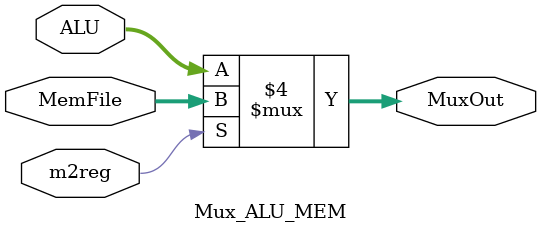
<source format=v>
`timescale 1ns / 1ps

//module wrapper(clk_x, WB_mux);

//    input wire clk_x;
//    wire [8:0] PC_in_x;
//    wire [8:0] PC_out_x;
//    wire [31:0] IM_out_x;
//    wire [31:0] IF_ID_out_x;
//    wire wreg_x;
//    wire mem2reg_x;
//    wire wmem_x;
//    wire [3:0] aluc_x;
//    wire aluimm_x;
//    wire regrt_x;
//    wire [4:0] rd_or_rt_x;
//    wire [31:0] rs_x;
//    wire [31:0] rt_x;
//    wire [31:0] extender_x;
//    wire wreg_EX;
//    wire mem2reg_EX;
//    wire wmem_EX;
//    wire [3:0] aluc_EX;
//    wire aluimm_EX;
//    wire [4:0] rd_or_rt_EX;
//    wire [31:0] rs_EX;
//    wire [31:0] rt_EX;
//    wire [31:0] extender_EX;
//    wire [31:0] Sign_or_RT_out;
//    wire [31:0] ALU_out;
//    wire wreg_ExMem;
//    wire m2reg_ExMem;
//    wire wmem_ExMem;
//    wire [4:0] rd_rt_ExMem;
//    wire [31:0] ALU_ExMem;
//    wire [31:0] rt_ExMem;
//    wire [31:0] MemFile_out;
//    wire wreg_MemW;
//    wire m2reg_MemW;
//    wire [4:0] rd_rt_MemW;
//    wire [31:0] ALU_MemW;
//    wire [31:0] MemFile_MemW;
//    output wire [31:0] WB_mux;
//    wire [1:0] fwdb;
//    wire [1:0] fwda;
//    wire [31:0] forwardA_out;
//    wire [31:0] forwardB_out;
    
//    PC PC_x(PC_in_x, PC_out_x, clk_x);
//    Adder Adder_x(PC_out_x, PC_in_x);
//    Instruction_Memory Instruction_Memory_x(PC_out_x, IM_out_x);
//    IF_ID IF_ID_x(IM_out_x, IF_ID_out_x, clk_x);
//    ControlUnit ControlUnit_x(IF_ID_out_x, wreg_x, mem2reg_x, wmem_x, aluc_x, aluimm_x, regrt_x, rd_rt_ExMem, m2reg_ExMem, wreg_ExMem, rd_or_rt_EX, mem2reg_EX, wreg_EX, fwdb, fwda);
//    rd_rt_mux rd_rt_mux_x(regrt_x,IF_ID_out_x,rd_or_rt_x);
//    //RegFile RegFile_x(IF_ID_out_x, rs_x, rt_x);
//    RegFile RegFile_x(clk_x,IF_ID_out_x, wreg_MemW, rd_rt_MemW, WB_mux, rs_x, rt_x);
//    forwardA forwardA_x(fwda, rs_x, ALU_out, ALU_ExMem, MemFile_out, forwardA_out);
//    forwardB forwardB_x(fwdb, rt_x, ALU_out, ALU_ExMem, MemFile_out, forwardB_out);
    
//    Extender Extender_x(IF_ID_out_x, extender_x);
//    ID_EXE ID_EXE_x(clk_x, wreg_x, mem2reg_x, wmem_x, aluc_x, aluimm_x, rd_or_rt_x, forwardA_out, forwardB_out, extender_x, wreg_EX, mem2reg_EX, wmem_EX, aluc_EX, aluimm_EX, rd_or_rt_EX, rs_EX, rt_EX, extender_EX);
    
//    Sign_or_RT Sign_or_RT_x(aluimm_EX, extender_EX, rt_EX, Sign_or_RT_out);
//    ALU ALU_x(aluc_EX, rs_EX, Sign_or_RT_out, ALU_out);
//    EXE_MEM EXE_MEM_x(clk_x, wreg_EX, mem2reg_EX, wmem_EX, rd_or_rt_EX, ALU_out, rt_EX, wreg_ExMem, m2reg_ExMem, wmem_ExMem, rd_rt_ExMem, ALU_ExMem, rt_ExMem);

//    MEMORY_FILE MEMORY_FILE_x(wmem_ExMem, ALU_ExMem, rt_ExMem, MemFile_out);
    
//    MEM_WB MEM_WB_x(clk_x, wreg_ExMem, m2reg_ExMem, rd_rt_ExMem, ALU_ExMem, MemFile_out, wreg_MemW, m2reg_MemW, rd_rt_MemW, ALU_MemW, MemFile_MemW);
//    Mux_ALU_MEM Mux_ALU_MEM_x(ALU_MemW, MemFile_MemW, m2reg_MemW, WB_mux); 

//endmodule

//------------------------------------------------------------------------------------------------------------------------------------------------

module PC(PC_in,PC_out,clk); 
    input clk;
    input [8:0] PC_in;   // input of the PC
    output reg [8:0] PC_out; // output of PC
//    initial begin
//        PC_out = 100;
//    end
    always @(posedge clk) begin
        PC_out <= PC_in;    // result of the adder operation sets new PC address     
    end
endmodule

//---------------------------------------------------------------------------------------------------------------------------------------------------

module Adder(adder_in,adder_out);      // just adder that takes in the current PC address and adds four to it. this is then sent the to PC register. triggers whenever
    input [8:0] adder_in;         // input of the adder, the pc address
    output reg [8:0] adder_out;      // output of adder is the adder result
     initial begin
        adder_out = 100;
    end
    always @(adder_in) begin
        adder_out <= adder_out + 4;  // adder reulst is just the output of the PC register + 4  
    end
endmodule
  
//--------------------------------------------------------------------------------------------------------------------------------------------------    
      
module Instruction_Memory(IM_in,IM_out); // input is PC, and that PC points to a address in our instruction memory, the output is whatever stored at that address. trigers whenever PC is incremented
    reg [31:0] IM [0:511];    // instruction memory
    input [8:0] IM_in;  // input to IM, it's the PC output
    output reg [31:0] IM_out; // output of the IM
    initial begin
       IM[100] <= 32'h00221820; 
       IM[104] <= 32'h01232022;
       IM[108] <= 32'h00692825;
       IM[112] <= 32'h00693026;
       IM[116] <= 32'h00693824;
       IM[120] <= 32'h8C040004;
       IM[124] <= 32'hAC030004;
    end
    always @(IM_in) begin
        IM_out <= IM[IM_in]; //whenever PC output changes we fetch new instruction at PC address in the IM and set it to the IM out.   
    end    
endmodule

//----------------------------------------------------------------------------------------------------------------------------------------------------

module IF_ID(IF_ID_in,IF_ID_out,clk); //input is output of instruction memory, outputs the input. triggers at posedge clock
    input clk;
    input [31:0] IF_ID_in;    // input is the output of the data memory,IM_out
    output reg [31:0] IF_ID_out; // output
    
    always @(posedge clk) begin
          IF_ID_out <= IF_ID_in;
    end    
endmodule

//----------------------------------------------------------------------------------------------------------------------------------------------------

module ControlUnit(CU_in,wreg,mem2reg,wmem,aluc,aluimm,regrt, mrn, mm2reg, mwreg, ern, em2reg, ewreg, fwdb, fwda);
    input [31:0] CU_in; //32 bit instruction, IF_ID_out
    input [4:0] mrn;
    input mm2reg;
    input mwreg;
    input [4:0] ern;
    input em2reg;
    input ewreg;
    output reg [1:0] fwdb;
    output reg [1:0] fwda;
    
    output reg wreg;
    output reg mem2reg;
    output reg wmem;
    output reg [3:0] aluc;
    output reg aluimm;
    output reg regrt;
    always @(*) begin
        if (CU_in[31:26] == 6'b100011) begin //lw op
            wreg <= 1;
            mem2reg <= 1;
            wmem <= 0;
            aluc <= 2;
            aluimm <= 1;
            regrt <= 1;
        end  
        else if (CU_in[31:26] == 6'b101011) begin //sw op
            wreg <= 0;
            mem2reg <= 1; // dont care
            wmem <= 1;
            aluc <= 2;
            aluimm <= 1;
            regrt <= 1; //dont care
        end  
        else if (CU_in[31:26] == 6'b000000) begin //R-Format ---> look at function bits
            case(CU_in[5:0])
                6'b100000 : begin   // add
                             wreg <= 1;
                             mem2reg <= 0;
                             wmem <= 0;
                             aluc <= 2;
                             aluimm <= 0;
                             regrt <= 0;
                             end
                6'b100010 : begin   // subtract
                             wreg <= 1;
                             mem2reg <= 0;
                             wmem <= 0;
                             aluc <= 6;
                             aluimm <= 0;
                             regrt <= 0;
                             end 
                 6'b100101 : begin   // or
                             wreg <= 1;
                             mem2reg <= 0;
                             wmem <= 0;
                             aluc <= 1;
                             aluimm <= 0;
                             regrt <= 0;
                             end
                 6'b100110 : begin   // xor
                             wreg <= 1;
                             mem2reg <= 0;
                             wmem <= 0;
                             aluc <= 7;
                             aluimm <= 0;
                             regrt <= 0;
                             end  
                 6'b100100 : begin   // and
                             wreg <= 1;
                             mem2reg <= 0;
                             wmem <= 0;
                             aluc <= 0;
                             aluimm <= 0;
                             regrt <= 0;
                             end                          
                 default :   begin   // default all zero
                              wreg <= 0;
                              mem2reg <= 0;
                              wmem <= 0;
                              aluc <= 0;
                              aluimm <= 0;
                              regrt <= 0;
                              end  
            endcase   
        end  
        if(ern == CU_in [25:21] & ewreg == 1) begin // 01 - forward a
            fwda = 1;
        end
        else if (mrn == CU_in [25:21] & mwreg == 1 & mm2reg == 0) begin // 10 - forward a
            fwda = 2;
        end
        else if (mrn == CU_in [25:21] & mwreg == 1 & mm2reg == 1) begin // 11 - forward a
            fwda = 3;
        end
        else begin
            fwda = 0;
        end
        
        if(ern == CU_in [20:16] & ewreg == 1) begin // 01 - forward b
            fwdb = 1;
        end
        else if (mrn == CU_in [20:16] & mwreg == 1 & mm2reg == 0) begin // 10 - forward b
            fwdb = 2;
        end
        else if (mrn == CU_in [20:16] & mwreg == 1 & mm2reg == 1) begin // 11 - forward b
            fwdb = 3;
        end
        else begin
            fwdb = 0;
        end
    end
endmodule

//--------------------------------------------------------------------------------------------------------------------------------------------------------------

module rd_rt_mux(regrt,rd_or_rt_in,rd_or_rt);
    input regrt;                             // decides whether rd or rt is chosen
    input [31:0] rd_or_rt_in;                  // input, IF_ID_out
    output reg [4:0] rd_or_rt;
    always @(*) begin
        if(regrt) begin
            rd_or_rt <= rd_or_rt_in[20:16]; //rt
        end
        else begin
            rd_or_rt <= rd_or_rt_in[15:11]; //rd
        end
    end
endmodule

//---------------------------------------------------------------------------------------------------------------------------------------------------------------

module RegFile(clk, RegFile_in, wreg, write, data, rs, rt);
    integer i;
    reg [31:0] RegFile [0:31];         // holds 32 registers that are 32 bits,
    input clk;
    input [31:0] RegFile_in;      // input, contains rs and rt, IF_ID_out
    input wreg;
    input [4:0] write;
    input [31:0] data;
    output reg [31:0] rs;
    output reg [31:0] rt;
    initial begin
        RegFile[0] <= 32'h00000000;
        RegFile[1] <= 32'hA00000AA;
        RegFile[2] <= 32'h10000011;
        RegFile[3] <= 32'h20000022;
        RegFile[4] <= 32'h30000033;
        RegFile[5] <= 32'h40000044;
        RegFile[6] <= 32'h50000055;
        RegFile[7] <= 32'h60000066;
        RegFile[8] <= 32'h70000077;
        RegFile[9] <= 32'h80000088;
        RegFile[10] <= 32'h90000099;
        for (i=11; i<32; i = i + 1) begin // sets all registers to zero at the begining of the loop
            RegFile[i] <= 0;
        end
    end
    always @(*) begin
        if (wreg) begin
            RegFile[write] <= data;
        end
    end
    always @(negedge clk) begin
            rs <= RegFile [RegFile_in [25:21]]; //### RegFile content contained at the address determined by the IF/ID output. bit 16-20 always contains rt regardless of format and bit 21-25 always contains rs
            rt <= RegFile [RegFile_in [20:16]]; // same theory as above
    end
endmodule

//module RegFile(RegFile_in,rs,rt);
//    integer i;
//    reg [31:0] RegFile [0:31];         // holds 32 registers that are 32 bits,
//    input [31:0] RegFile_in;      // input, contains rs and rt, IF_ID_out
//    output reg [31:0] rs;
//    output reg [31:0] rt;
//    initial begin
//        for (i=0; i<32; i = i + 1) begin // sets all registers to zero at the begining of the loop
//            RegFile[i] <= 0;
//        end
//    end
//    always @(RegFile_in) begin
//            rs = RegFile [RegFile_in [25:21]]; //### RegFile content contained at the address determined by the IF/ID output. bit 16-20 always contains rt regardless of format and bit 21-25 always contains rs
//            rt = RegFile [RegFile_in [20:16]]; // same theory as above
//    end
//endmodule

//-----------------------------------------------------------------------------------------------------------------------------------------------------------

module forwardA(fwda, rs, ealu, malu, mfile, forwardA);
    input [1:0] fwda;
    input [31:0] rs;
    input [31:0] ealu;
    input [31:0] malu;
    input [31:0] mfile;
    output reg [31:0] forwardA;
    always @(*) begin
        case(fwda)
                0 : begin 
                     forwardA = rs;
                     end
                1 : begin 
                     forwardA = ealu;
                     end
                2 : begin 
                     forwardA = malu;
                     end
                3 : begin 
                     forwardA = mfile;
                     end
                default : begin
                            forwardA = rs;
                            end
        endcase
    end
endmodule

//--------------------------------------------------------------------------------------------------------------------------------------------------------------

module forwardB(fwdb, rt, ealu, malu, mfile, forwardB);
    input [1:0] fwdb;
    input [31:0] rt;
    input [31:0] ealu;
    input [31:0] malu;
    input [31:0] mfile;
    output reg [31:0] forwardB;
    always @(*) begin
        case(fwdb)
                0 : begin 
                     forwardB = rt;
                     end
                1 : begin 
                     forwardB = ealu;
                     end
                2 : begin 
                     forwardB = malu;
                     end
                3 : begin 
                     forwardB = mfile;
                     end
                default : begin
                            forwardB = rt;
                            end
        endcase
    end
endmodule

//--------------------------------------------------------------------------------------------------------------------------------------------------------------

module Extender(extender_in, extender);
    input [31:0] extender_in;                  // input of extender
    output reg [31:0] extender;
    always @(extender_in) begin
          extender <= {16'h0000,extender_in[15:0]}; 
    end    
endmodule

//------------------------------------------------------------------------------------------------------------------------------------------------------------------

module ID_EXE(clk, wreg_in, mem2reg_in, wmem_in, aluc_in, aluimm_in, rd_rt_in, read_rs_in , read_rt_in, extender_in2, wreg, mem2reg, wmem, aluc, aluimm, rd_rt, read_rs, read_rt, extender2);

    input clk;
    input wreg_in;
    input mem2reg_in;
    input wmem_in;
    input [3:0] aluc_in;
    input aluimm_in;
    input [4:0] rd_rt_in;
    input [31:0] read_rs_in;
    input [31:0] read_rt_in;
    input [31:0] extender_in2;
    
    output reg wreg;
    output reg mem2reg;
    output reg wmem;
    output reg [3:0] aluc;
    output reg aluimm;
    output reg [4:0] rd_rt;
    output reg [31:0] read_rs;
    output reg [31:0] read_rt;
    output reg [31:0] extender2; 
    
    always @(posedge clk) begin
        wreg <= wreg_in;
        mem2reg <= mem2reg_in;
        wmem <= wmem_in;
        aluc <= aluc_in;
        aluimm <= aluimm_in;
        rd_rt <= rd_rt_in;
        read_rs <= read_rs_in;
        read_rt <= read_rt_in;
        extender2 <= extender_in2;
    end
endmodule

//-----------------------------------------------------------------------------------------------------------------------------------------------------------

module Sign_or_RT(ealuimm,sign,RT,Sign_or_RT_out);
    input ealuimm;
    input [31:0] sign; //output of the sign extender
    input [31:0] RT;   // rt value read from the register file
    output reg [31:0] Sign_or_RT_out; 
    always @(*) begin
          if (ealuimm) begin // aluimm = 1 then output equal to sign extension
            Sign_or_RT_out <= sign;
          end
          else begin
            Sign_or_RT_out <= RT;
          end
    end 
endmodule

//----------------------------------------------------------------------------------------------------------------------------------------------------------

module ALU(ealuc,RS, Sign_RT, ALU_out);
    input [3:0] ealuc;       // 2 bit input of 
    input [31:0] RS;         // input 1 of ALU, it's the value RS read from the register file
    input [31:0] Sign_RT;    // input 2 of ALU, it's either the ouput of the sign extender or the value of RT read from the register
    output reg [31:0] ALU_out;
    always@(*) begin
        if (ealuc == 2) begin //if aluc = 0, then we have a lw meaning we have to use the add operand
            ALU_out <= RS + Sign_RT; // add
        end
        else if (ealuc == 6) begin
            ALU_out <= RS - Sign_RT; // subtract
        end
        else if (ealuc == 1) begin
            ALU_out <= RS | Sign_RT; // or
        end
        else if (ealuc == 7) begin
            ALU_out <= RS ^ Sign_RT; // xor
        end
        else begin
            ALU_out <= RS & Sign_RT; // and
        end
    end
endmodule

//------------------------------------------------------------------------------------------------------------------------------------------------------

module EXE_MEM(clk,wreg_in,m2reg_in,wmem_in,rd_rt_in,ALU_in,rt_in,wreg,m2reg,wmem,rd_rt,ALU,rt);
    input clk;
    input wreg_in;
    input m2reg_in;
    input wmem_in;
    input [4:0] rd_rt_in;
    input [31:0] ALU_in;
    input [31:0] rt_in;
    output reg wreg;
    output reg m2reg;
    output reg wmem;
    output reg [4:0] rd_rt;
    output reg [31:0] ALU;
    output reg [31:0] rt;
    always@(posedge clk)begin
        wreg <= wreg_in;
        m2reg <= m2reg_in;
        wmem <= wmem_in;
        rd_rt <= rd_rt_in;
        ALU <= ALU_in;
        rt <= rt_in;
    end
    
endmodule

//-------------------------------------------------------------------------------------------------------------------------------------------------------------

module MEMORY_FILE(wmem, address, write_data, MemFile_out);
    reg [31:0] MemFile [0:31];
    input wmem;
    input [31:0] address;
    input [31:0] write_data;
    output reg [31:0] MemFile_out;
    initial begin
       MemFile[0] <= 32'hA00000AA; 
       MemFile[4] <= 32'h10000011;
       MemFile[8] <= 32'h20000022; 
       MemFile[12] <= 32'h30000033;
       MemFile[16] <= 32'h40000044; 
       MemFile[20] <= 32'h50000055;
       MemFile[24] <= 32'h60000066; 
       MemFile[28] <= 32'h70000077;
       MemFile[32] <= 32'h80000088; 
       MemFile[36] <= 32'h90000099;
    end
    always@(*)begin
        if(wmem == 0)begin //if wmem = 0 then we have a lw, if wmem = 1 we have a sw
            MemFile_out <= MemFile[address];
        end
        if(wmem == 1)begin
            MemFile[address] = write_data;
        end
    end
endmodule

//---------------------------------------------------------------------------------------------------------------------------------------------------------

module MEM_WB(clk,wreg_in,m2reg_in,rd_rt_in,ALU_in,MemFile_in,wreg,mem2reg,rd_rt,ALU,MemFile);
    input clk;
    input wreg_in;
    input m2reg_in;
    input [4:0] rd_rt_in;
    input [31:0] ALU_in;
    input [31:0] MemFile_in;
    output reg wreg;
    output reg mem2reg;
    output reg [4:0] rd_rt;
    output reg [31:0] ALU;
    output reg [31:0] MemFile;
    always@(posedge clk)begin
        wreg = wreg_in;
        mem2reg = m2reg_in;
        rd_rt = rd_rt_in;
        ALU = ALU_in;
        MemFile = MemFile_in;
    end
endmodule

//--------------------------------------------------------------------------------------------------------------------------------------------------------

module Mux_ALU_MEM(ALU, MemFile, m2reg, MuxOut);
    input [31:0 ]ALU;
    input [31:0] MemFile;
    input m2reg;
    output reg [31:0] MuxOut;
    always@(*)begin
        if (m2reg) begin
            MuxOut = MemFile;
        end
        else begin
            MuxOut = ALU;
        end
    end   
endmodule

//----------------------------------------------------------------------------------------------------------------------------------------------------------









</source>
